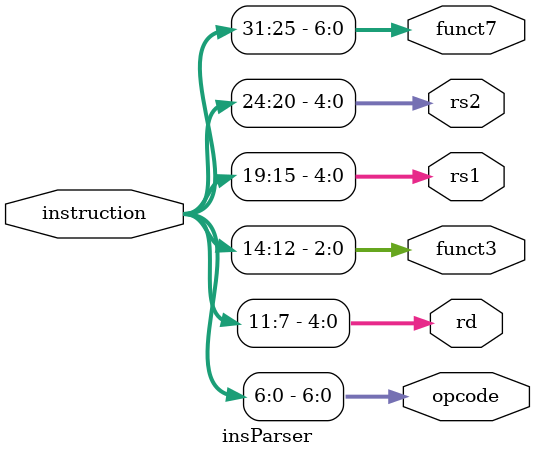
<source format=v>
`timescale 1ns / 1ps

module insParser(
input [32:0] instruction,
output [6:0] opcode,
output [4:0] rd,
output [2:0] funct3,
output [4:0] rs1,
output [4:0] rs2,
output [6:0] funct7
);
    assign opcode = instruction[6:0];
    assign rd = instruction[11:7];
    assign funct3 = instruction[14:12];
    assign rs1 = instruction[19:15];
    assign rs2 = instruction[24:20];
    assign funct7 = instruction[31:25];
    
endmodule
</source>
